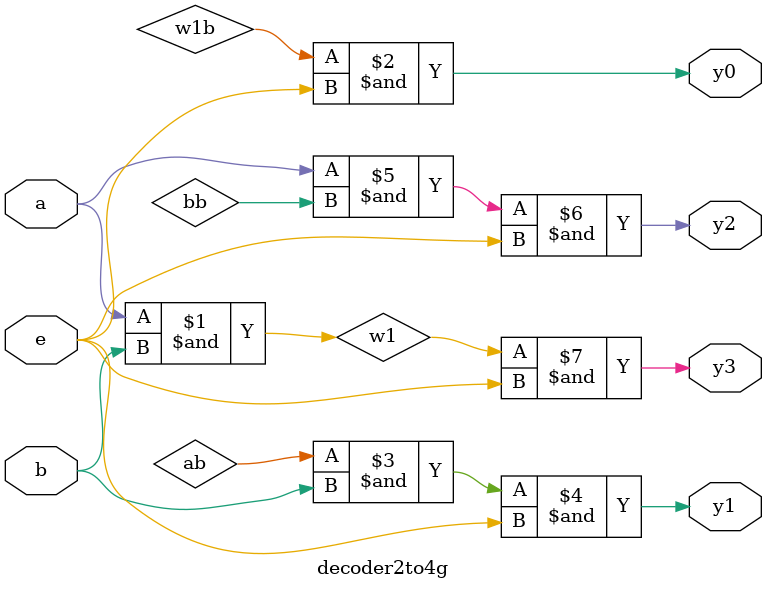
<source format=v>
module decoder2to4(y0,y1,y2,y3,a,b,e);
output y0,y1,y2,y3;
input a,b,e;
wire y0,y1,y2,y3;
wire w1;
and(w1,a,b);
assign y0 = (~(w1))& e;
assign y1 = (~a) & b & e;
assign y2 = (a) & (~b) & e;
assign y3 = (w1) & e;
endmodule

//2to4 decoder gate level design
module decoder2to4g(y0,y1,y2,y3,a,b,e);
output y0,y1,y2,y3;
input a,b,e;
wire y0,y1,y2,y3;
wire w1,w1b,ab,bb;
and(w1,a,b);
and(y0,w1b,e);
and(y1,ab,b,e);
and(y2,a,bb,e);
and(y3,w1,e);
endmodule



</source>
